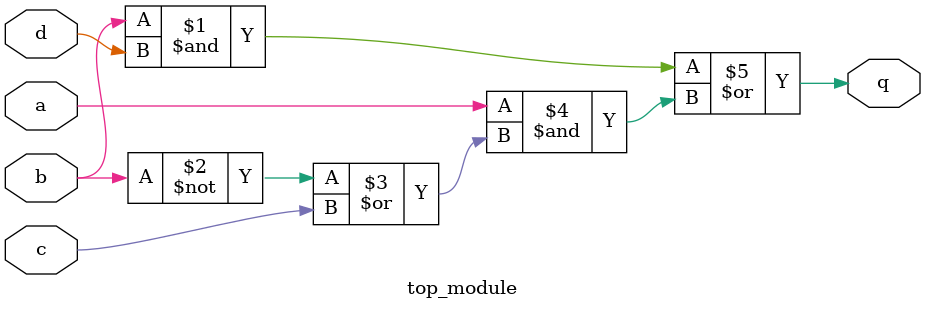
<source format=sv>
module top_module (
	input a, 
	input b, 
	input c, 
	input d,
	output q
);

    assign q = ( (b & d) | (a & (~b | c)) );

endmodule

</source>
